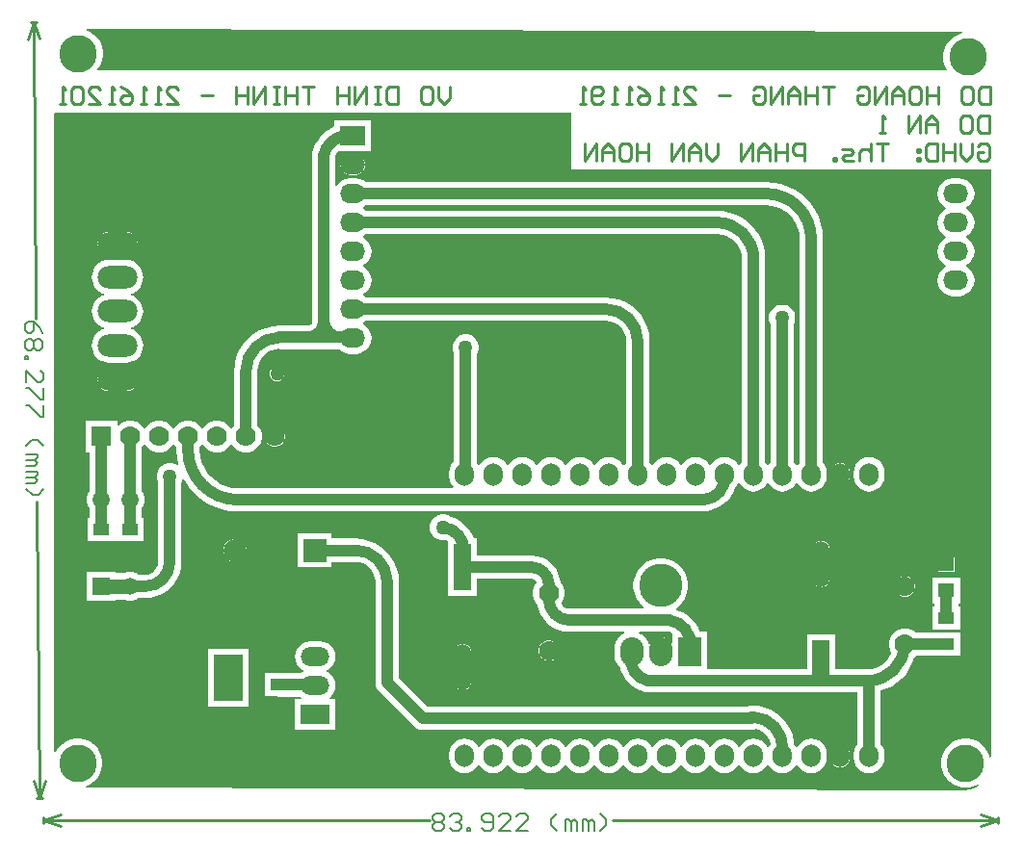
<source format=gbl>
G04*
G04 #@! TF.GenerationSoftware,Altium Limited,Altium Designer,21.0.8 (223)*
G04*
G04 Layer_Physical_Order=2*
G04 Layer_Color=16711680*
%FSTAX24Y24*%
%MOIN*%
G70*
G04*
G04 #@! TF.SameCoordinates,A57ED762-F1FC-47E5-BACA-E58B220B156E*
G04*
G04*
G04 #@! TF.FilePolarity,Positive*
G04*
G01*
G75*
%ADD12C,0.0100*%
%ADD37C,0.0400*%
%ADD38O,0.0800X0.1000*%
%ADD39C,0.0700*%
%ADD40C,0.1500*%
%ADD41R,0.0800X0.1000*%
%ADD42O,0.0669X0.0787*%
%ADD43C,0.1299*%
%ADD44C,0.0591*%
%ADD45R,0.0591X0.0591*%
%ADD46R,0.0700X0.0700*%
%ADD47R,0.1600X0.1000*%
%ADD48R,0.1000X0.1600*%
%ADD49O,0.1378X0.0787*%
%ADD50R,0.0787X0.0787*%
%ADD51C,0.0787*%
%ADD52O,0.1000X0.0650*%
%ADD53R,0.1000X0.0650*%
%ADD54O,0.0866X0.0669*%
%ADD55R,0.0866X0.0669*%
%ADD56C,0.0500*%
%ADD57C,0.0060*%
%ADD58O,0.0591X0.1600*%
%ADD59R,0.0591X0.1600*%
%ADD60R,0.0550X0.0500*%
%ADD61R,0.0550X0.0394*%
%ADD62C,0.0500*%
G36*
X047325Y049269D02*
X04733Y049219D01*
X047272Y049207D01*
X047118Y049143D01*
X046978Y04905D01*
X04686Y048932D01*
X046767Y048792D01*
X046703Y048638D01*
X04667Y048474D01*
Y048306D01*
X046703Y048142D01*
X046767Y047988D01*
X046783Y047963D01*
X04676Y047919D01*
X017406D01*
X017387Y047966D01*
X01739Y047968D01*
X017483Y048108D01*
X017547Y048262D01*
X01758Y048426D01*
Y048594D01*
X017547Y048758D01*
X017483Y048912D01*
X01739Y049052D01*
X017272Y04917D01*
X017132Y049263D01*
X017005Y049316D01*
X017015Y049366D01*
X047325Y049269D01*
D02*
G37*
G36*
X033805Y04449D02*
X048309D01*
X048316Y024148D01*
X048266Y024143D01*
X048257Y024188D01*
X048193Y024342D01*
X0481Y024482D01*
X047982Y0246D01*
X047842Y024693D01*
X047688Y024757D01*
X047524Y02479D01*
X047356D01*
X047192Y024757D01*
X047038Y024693D01*
X046898Y0246D01*
X04678Y024482D01*
X046687Y024342D01*
X046623Y024188D01*
X04659Y024024D01*
Y023856D01*
X046623Y023692D01*
X046687Y023538D01*
X04678Y023398D01*
X046898Y02328D01*
X047038Y023187D01*
X047192Y023123D01*
X047356Y02309D01*
X047524D01*
X047688Y023123D01*
X047842Y023187D01*
X047876Y023209D01*
X047909Y023171D01*
X047898Y023159D01*
X047739Y023074D01*
X047563Y023021D01*
X047393Y023004D01*
X047387Y023005D01*
X017014Y023088D01*
X017004Y023138D01*
X017122Y023187D01*
X017262Y02328D01*
X01738Y023398D01*
X017473Y023538D01*
X017537Y023692D01*
X01757Y023856D01*
Y024024D01*
X017537Y024188D01*
X017473Y024342D01*
X01738Y024482D01*
X017262Y0246D01*
X017122Y024693D01*
X016968Y024757D01*
X016804Y02479D01*
X016636D01*
X016472Y024757D01*
X016318Y024693D01*
X016178Y0246D01*
X01606Y024482D01*
X015967Y024342D01*
X015955Y024313D01*
X015906Y024323D01*
X015903Y046425D01*
X015938Y04646D01*
X033805D01*
Y04449D01*
D02*
G37*
%LPC*%
G36*
X026334Y044984D02*
X026138D01*
X02605Y044972D01*
X025969Y044939D01*
X025899Y044885D01*
X025845Y044815D01*
X025812Y044734D01*
X0258Y044646D01*
X025812Y044559D01*
X025845Y044478D01*
X025899Y044408D01*
X025969Y044354D01*
X02605Y04432D01*
X026138Y044309D01*
X026334D01*
X026422Y04432D01*
X026503Y044354D01*
X026573Y044408D01*
X026627Y044478D01*
X02666Y044559D01*
X026672Y044646D01*
X02666Y044734D01*
X026627Y044815D01*
X026573Y044885D01*
X026503Y044939D01*
X026422Y044972D01*
X026334Y044984D01*
D02*
G37*
G36*
X018385Y042339D02*
X017795D01*
X017692Y042326D01*
X017596Y042286D01*
X017514Y042223D01*
X017451Y042141D01*
X017411Y042045D01*
X017398Y041942D01*
X017411Y041839D01*
X017451Y041744D01*
X017514Y041661D01*
X017596Y041598D01*
X017692Y041559D01*
X017795Y041545D01*
X018385D01*
X018488Y041559D01*
X018584Y041598D01*
X018666Y041661D01*
X018729Y041744D01*
X018769Y041839D01*
X018782Y041942D01*
X018769Y042045D01*
X018729Y042141D01*
X018666Y042223D01*
X018584Y042286D01*
X018488Y042326D01*
X018385Y042339D01*
D02*
G37*
G36*
X047202Y044187D02*
X047006D01*
X046866Y044169D01*
X046736Y044115D01*
X046624Y044029D01*
X046539Y043918D01*
X046485Y043788D01*
X046466Y043648D01*
X046485Y043509D01*
X046539Y043378D01*
X046624Y043267D01*
X046736Y043181D01*
X046755Y043173D01*
Y043123D01*
X046736Y043115D01*
X046624Y043029D01*
X046539Y042918D01*
X046485Y042788D01*
X046466Y042648D01*
X046485Y042509D01*
X046539Y042378D01*
X046624Y042267D01*
X046736Y042181D01*
X046755Y042173D01*
Y042123D01*
X046736Y042115D01*
X046624Y042029D01*
X046539Y041918D01*
X046485Y041788D01*
X046466Y041648D01*
X046485Y041509D01*
X046539Y041378D01*
X046624Y041267D01*
X046736Y041181D01*
X046755Y041173D01*
Y041123D01*
X046736Y041115D01*
X046624Y041029D01*
X046539Y040918D01*
X046485Y040788D01*
X046466Y040648D01*
X046485Y040509D01*
X046539Y040378D01*
X046624Y040267D01*
X046736Y040181D01*
X046866Y040127D01*
X047006Y040109D01*
X047202D01*
X047342Y040127D01*
X047472Y040181D01*
X047584Y040267D01*
X047669Y040378D01*
X047723Y040509D01*
X047742Y040648D01*
X047723Y040788D01*
X047669Y040918D01*
X047584Y041029D01*
X047472Y041115D01*
X047453Y041123D01*
Y041173D01*
X047472Y041181D01*
X047584Y041267D01*
X047669Y041378D01*
X047723Y041509D01*
X047742Y041648D01*
X047723Y041788D01*
X047669Y041918D01*
X047584Y042029D01*
X047472Y042115D01*
X047453Y042123D01*
Y042173D01*
X047472Y042181D01*
X047584Y042267D01*
X047669Y042378D01*
X047723Y042509D01*
X047742Y042648D01*
X047723Y042788D01*
X047669Y042918D01*
X047584Y043029D01*
X047472Y043115D01*
X047453Y043123D01*
Y043173D01*
X047472Y043181D01*
X047584Y043267D01*
X047669Y043378D01*
X047723Y043509D01*
X047742Y043648D01*
X047723Y043788D01*
X047669Y043918D01*
X047584Y044029D01*
X047472Y044115D01*
X047342Y044169D01*
X047202Y044187D01*
D02*
G37*
G36*
X026869Y046181D02*
X025603D01*
Y045978D01*
X025498Y045935D01*
X025326Y045829D01*
X025172Y045698D01*
X025041Y045544D01*
X024935Y045372D01*
X024858Y045185D01*
X02483Y045072D01*
X024829Y045067D01*
X024824Y045054D01*
X024819Y045024D01*
X02482Y045024D01*
X02481Y04495D01*
X02481Y044783D01*
X02481Y044783D01*
X02481Y044783D01*
X02481Y044756D01*
Y03926D01*
Y039182D01*
X024809Y039174D01*
X02478Y03913D01*
X024736Y039101D01*
X024694Y039093D01*
X024694Y03909D01*
X024644Y039083D01*
X0237D01*
Y039085D01*
X023454Y039065D01*
X023213Y039008D01*
X022985Y038913D01*
X022774Y038784D01*
X022586Y038624D01*
X022426Y038436D01*
X022297Y038225D01*
X022202Y037997D01*
X022145Y037756D01*
X022125Y03751D01*
X022127D01*
Y035624D01*
X02209Y035588D01*
X022055Y035527D01*
X022005D01*
X02197Y035588D01*
X021868Y03569D01*
X021742Y035763D01*
X021602Y0358D01*
X021458D01*
X021318Y035763D01*
X021192Y03569D01*
X02109Y035588D01*
X021055Y035527D01*
X021005D01*
X02097Y035588D01*
X020868Y03569D01*
X020742Y035763D01*
X020602Y0358D01*
X020458D01*
X020318Y035763D01*
X020192Y03569D01*
X02009Y035588D01*
X020055Y035527D01*
X020005D01*
X01997Y035588D01*
X019868Y03569D01*
X019742Y035763D01*
X019602Y0358D01*
X019458D01*
X019318Y035763D01*
X019192Y03569D01*
X01909Y035588D01*
X019055Y035527D01*
X019005D01*
X01897Y035588D01*
X018868Y03569D01*
X018742Y035763D01*
X018602Y0358D01*
X018458D01*
X018318Y035763D01*
X018192Y03569D01*
X01813Y035628D01*
X01808Y035649D01*
Y0358D01*
X01698D01*
Y0347D01*
X017127D01*
Y033352D01*
X017068Y033251D01*
X017035Y033125D01*
Y032995D01*
X017068Y032869D01*
X017127Y032768D01*
Y032417D01*
X017055D01*
Y031623D01*
X01748D01*
X01753Y031617D01*
X01758Y031623D01*
X01848D01*
X01853Y031617D01*
X01858Y031623D01*
X019005D01*
Y032417D01*
X018933D01*
Y032768D01*
X018992Y032869D01*
X019025Y032995D01*
Y033125D01*
X018992Y033251D01*
X018933Y033352D01*
Y034876D01*
X01897Y034912D01*
X019005Y034973D01*
X019055D01*
X01909Y034912D01*
X019192Y03481D01*
X019318Y034737D01*
X019458Y0347D01*
X019602D01*
X019742Y034737D01*
X019868Y03481D01*
X01997Y034912D01*
X020005Y034973D01*
X020055D01*
X02009Y034912D01*
X020127Y034876D01*
Y03478D01*
X020125D01*
X020144Y034503D01*
X020188Y034281D01*
X020143Y034249D01*
X020074Y034289D01*
X019959Y03432D01*
X019841D01*
X019726Y034289D01*
X019624Y03423D01*
X01954Y034146D01*
X019481Y034044D01*
X01945Y033929D01*
Y033811D01*
X019481Y033696D01*
X019497Y033669D01*
Y03091D01*
X019498Y030901D01*
X019484Y030794D01*
X019439Y030686D01*
X019367Y030593D01*
X019274Y030521D01*
X019166Y030476D01*
X019059Y030462D01*
X01905Y030463D01*
X018822D01*
X018721Y030522D01*
X018595Y030555D01*
X018465D01*
X018339Y030522D01*
X018326Y030514D01*
X018025D01*
Y030555D01*
X017035D01*
Y029565D01*
X018025D01*
Y029606D01*
X018326D01*
X018339Y029598D01*
X018465Y029565D01*
X018595D01*
X018721Y029598D01*
X018822Y029657D01*
X01905D01*
Y029656D01*
X019246Y029672D01*
X019437Y029718D01*
X019619Y029793D01*
X019787Y029896D01*
X019937Y030023D01*
X020064Y030173D01*
X020167Y030341D01*
X020243Y030523D01*
X020288Y030714D01*
X020304Y03091D01*
X020303D01*
Y033669D01*
X020319Y033696D01*
X020335Y033756D01*
X020389Y033761D01*
X02041Y033718D01*
X020564Y033487D01*
X020748Y033278D01*
X020957Y033094D01*
X021188Y03294D01*
X021437Y032817D01*
X0217Y032728D01*
X021973Y032674D01*
X02225Y032655D01*
Y032657D01*
X038318D01*
X038377Y032657D01*
X038416Y032662D01*
X038515Y03267D01*
X038695Y032713D01*
X038866Y032783D01*
X039023Y03288D01*
X039164Y033D01*
X039284Y03314D01*
X03938Y033298D01*
X039451Y033469D01*
X039454Y033481D01*
X039481Y033502D01*
X039567Y033613D01*
X039575Y033633D01*
X039625D01*
X039633Y033613D01*
X039719Y033502D01*
X03983Y033416D01*
X03996Y033362D01*
X0401Y033344D01*
X04024Y033362D01*
X04037Y033416D01*
X040481Y033502D01*
X040567Y033613D01*
X040575Y033633D01*
X040625D01*
X040633Y033613D01*
X040719Y033502D01*
X04083Y033416D01*
X04096Y033362D01*
X0411Y033344D01*
X04124Y033362D01*
X04137Y033416D01*
X041481Y033502D01*
X041567Y033613D01*
X041575Y033633D01*
X041625D01*
X041633Y033613D01*
X041719Y033502D01*
X04183Y033416D01*
X04196Y033362D01*
X0421Y033344D01*
X04224Y033362D01*
X04237Y033416D01*
X042481Y033502D01*
X042567Y033613D01*
X042621Y033743D01*
X042639Y033883D01*
Y034001D01*
X042621Y034141D01*
X042567Y034271D01*
X042493Y034367D01*
Y042099D01*
X042494Y0421D01*
X042494D01*
X042477Y042356D01*
X042427Y042607D01*
X042345Y04285D01*
X042232Y04308D01*
X042089Y043293D01*
X04192Y043486D01*
X041727Y043655D01*
X041514Y043798D01*
X041284Y043911D01*
X041041Y043994D01*
X04079Y044044D01*
X040534Y044061D01*
Y04406D01*
X026674D01*
X026604Y044113D01*
X026474Y044167D01*
X026334Y044186D01*
X026138D01*
X025998Y044167D01*
X025868Y044113D01*
X025756Y044028D01*
X025671Y043916D01*
X025666Y043905D01*
X025617Y043915D01*
Y044756D01*
X025617Y044756D01*
X025617Y044756D01*
X025617Y044783D01*
X025617Y044915D01*
X025664Y045029D01*
X025728Y045112D01*
X026869D01*
Y046181D01*
D02*
G37*
G36*
X018385Y041358D02*
X017795D01*
X017678Y041346D01*
X017566Y041312D01*
X017463Y041257D01*
X017373Y041183D01*
X017299Y041093D01*
X017244Y040989D01*
X01721Y040877D01*
X017198Y040761D01*
X01721Y040645D01*
X017244Y040533D01*
X017299Y04043D01*
X017373Y040339D01*
X017463Y040265D01*
X017566Y04021D01*
X01761Y040197D01*
Y040144D01*
X017566Y040131D01*
X017463Y040076D01*
X017373Y040002D01*
X017299Y039911D01*
X017244Y039808D01*
X01721Y039696D01*
X017198Y03958D01*
X01721Y039464D01*
X017244Y039352D01*
X017299Y039249D01*
X017373Y039158D01*
X017463Y039084D01*
X017566Y039029D01*
X01761Y039016D01*
Y038963D01*
X017566Y03895D01*
X017463Y038895D01*
X017373Y038821D01*
X017299Y03873D01*
X017244Y038627D01*
X01721Y038515D01*
X017198Y038399D01*
X01721Y038283D01*
X017244Y038171D01*
X017299Y038067D01*
X017373Y037977D01*
X017463Y037903D01*
X017566Y037848D01*
X017678Y037814D01*
X017795Y037802D01*
X018385D01*
X018502Y037814D01*
X018614Y037848D01*
X018717Y037903D01*
X018807Y037977D01*
X018881Y038067D01*
X018936Y038171D01*
X01897Y038283D01*
X018982Y038399D01*
X01897Y038515D01*
X018936Y038627D01*
X018881Y03873D01*
X018807Y038821D01*
X018717Y038895D01*
X018614Y03895D01*
X01857Y038963D01*
Y039016D01*
X018614Y039029D01*
X018717Y039084D01*
X018807Y039158D01*
X018881Y039249D01*
X018936Y039352D01*
X01897Y039464D01*
X018982Y03958D01*
X01897Y039696D01*
X018936Y039808D01*
X018881Y039911D01*
X018807Y040002D01*
X018717Y040076D01*
X018614Y040131D01*
X01857Y040144D01*
Y040197D01*
X018614Y04021D01*
X018717Y040265D01*
X018807Y040339D01*
X018881Y04043D01*
X018936Y040533D01*
X01897Y040645D01*
X018982Y040761D01*
X01897Y040877D01*
X018936Y040989D01*
X018881Y041093D01*
X018807Y041183D01*
X018717Y041257D01*
X018614Y041312D01*
X018502Y041346D01*
X018385Y041358D01*
D02*
G37*
G36*
Y037615D02*
X017795D01*
X017692Y037601D01*
X017596Y037562D01*
X017514Y037499D01*
X017451Y037416D01*
X017411Y037321D01*
X017398Y037218D01*
X017411Y037115D01*
X017451Y037019D01*
X017514Y036937D01*
X017596Y036874D01*
X017692Y036834D01*
X017795Y036821D01*
X018385D01*
X018488Y036834D01*
X018584Y036874D01*
X018666Y036937D01*
X018729Y037019D01*
X018769Y037115D01*
X018782Y037218D01*
X018769Y037321D01*
X018729Y037416D01*
X018666Y037499D01*
X018584Y037562D01*
X018488Y037601D01*
X018385Y037615D01*
D02*
G37*
G36*
X0431Y034339D02*
X043013Y034327D01*
X042931Y034293D01*
X042861Y03424D01*
X042808Y03417D01*
X042774Y034088D01*
X042762Y034001D01*
Y033883D01*
X042774Y033796D01*
X042808Y033714D01*
X042861Y033644D01*
X042931Y033591D01*
X043013Y033557D01*
X0431Y033545D01*
X043187Y033557D01*
X043269Y033591D01*
X043339Y033644D01*
X043392Y033714D01*
X043426Y033796D01*
X043438Y033883D01*
Y034001D01*
X043426Y034088D01*
X043392Y03417D01*
X043339Y03424D01*
X043269Y034293D01*
X043187Y034327D01*
X0431Y034339D01*
D02*
G37*
G36*
X0441Y03454D02*
X04396Y034522D01*
X04383Y034468D01*
X043719Y034382D01*
X043633Y034271D01*
X043579Y034141D01*
X043561Y034001D01*
Y033883D01*
X043579Y033743D01*
X043633Y033613D01*
X043719Y033502D01*
X04383Y033416D01*
X04396Y033362D01*
X0441Y033344D01*
X04424Y033362D01*
X04437Y033416D01*
X044481Y033502D01*
X044567Y033613D01*
X044621Y033743D01*
X044639Y033883D01*
Y034001D01*
X044621Y034141D01*
X044567Y034271D01*
X044481Y034382D01*
X04437Y034468D01*
X04424Y034522D01*
X0441Y03454D01*
D02*
G37*
G36*
X018805Y031317D02*
X018255D01*
Y030923D01*
X018805D01*
Y031317D01*
D02*
G37*
G36*
X017805D02*
X017255D01*
Y030923D01*
X017805D01*
Y031317D01*
D02*
G37*
G36*
X022204Y031704D02*
X0221D01*
X022Y031677D01*
X02191Y031625D01*
X021837Y031552D01*
X021785Y031462D01*
X021758Y031362D01*
Y031258D01*
X021785Y031158D01*
X021837Y031068D01*
X02191Y030995D01*
X022Y030943D01*
X0221Y030916D01*
X022204D01*
X022304Y030943D01*
X022394Y030995D01*
X022467Y031068D01*
X022519Y031158D01*
X022546Y031258D01*
Y031362D01*
X022519Y031462D01*
X022467Y031552D01*
X022394Y031625D01*
X022304Y031677D01*
X022204Y031704D01*
D02*
G37*
G36*
X047045Y031064D02*
X046495D01*
Y030564D01*
X047045D01*
Y031064D01*
D02*
G37*
G36*
X04244Y031643D02*
X042363Y031632D01*
X042291Y031603D01*
X042229Y031555D01*
X042182Y031494D01*
X042152Y031422D01*
X042142Y031345D01*
Y030335D01*
X042152Y030258D01*
X042182Y030186D01*
X042229Y030125D01*
X042291Y030077D01*
X042363Y030048D01*
X04244Y030037D01*
X042517Y030048D01*
X042589Y030077D01*
X042651Y030125D01*
X042698Y030186D01*
X042728Y030258D01*
X042738Y030335D01*
Y031345D01*
X042728Y031422D01*
X042698Y031494D01*
X042651Y031555D01*
X042589Y031603D01*
X042517Y031632D01*
X04244Y031643D01*
D02*
G37*
G36*
X045386Y03041D02*
X045294D01*
X045205Y030386D01*
X045125Y03034D01*
X04506Y030275D01*
X045014Y030195D01*
X04499Y030106D01*
Y030014D01*
X045014Y029925D01*
X04506Y029845D01*
X045125Y02978D01*
X045205Y029734D01*
X045294Y02971D01*
X045386D01*
X045475Y029734D01*
X045555Y02978D01*
X04562Y029845D01*
X045666Y029925D01*
X04569Y030014D01*
Y030106D01*
X045666Y030195D01*
X04562Y030275D01*
X045555Y03034D01*
X045475Y030386D01*
X045386Y03041D01*
D02*
G37*
G36*
X047245Y030364D02*
X046295D01*
Y029464D01*
X046367D01*
Y029357D01*
X046295D01*
Y028563D01*
X04672D01*
X04677Y028557D01*
X04682Y028563D01*
X047245D01*
Y029357D01*
X047174D01*
Y029464D01*
X047245D01*
Y030364D01*
D02*
G37*
G36*
X029416Y032554D02*
X029297D01*
X029183Y032523D01*
X02908Y032464D01*
X028996Y03238D01*
X028937Y032277D01*
X028906Y032163D01*
Y032044D01*
X028937Y03193D01*
X028996Y031827D01*
X02908Y031744D01*
X029183Y031684D01*
X029297Y031654D01*
X029416D01*
X029453Y031664D01*
X029482Y031651D01*
X029535Y031611D01*
Y02972D01*
X030525D01*
Y030317D01*
X03243D01*
X032436Y030317D01*
X032498Y030305D01*
X032556Y030266D01*
X032595Y030208D01*
X032597Y030195D01*
X03257Y030168D01*
X032497Y030042D01*
X03246Y029902D01*
Y029758D01*
X032497Y029618D01*
X03257Y029492D01*
X03262Y029442D01*
X03262Y029434D01*
X032662Y029263D01*
X032729Y0291D01*
X032821Y02895D01*
X032936Y028816D01*
X03307Y028701D01*
X03322Y028609D01*
X033383Y028542D01*
X033554Y0285D01*
X03373Y028487D01*
Y028487D01*
X035627D01*
X03564Y028437D01*
X035555Y028391D01*
X035464Y028316D01*
X035389Y028225D01*
X035333Y028121D01*
X035299Y028008D01*
X035287Y02789D01*
Y02769D01*
X035299Y027572D01*
X035333Y027459D01*
X035389Y027355D01*
X035464Y027264D01*
X035486Y027245D01*
X035504Y027171D01*
X035574Y027003D01*
X035669Y026847D01*
X035787Y026709D01*
X035926Y02659D01*
X036081Y026495D01*
X036249Y026426D01*
X036322Y026408D01*
X036341Y0264D01*
X036446Y026387D01*
X036687Y026387D01*
X04244Y026387D01*
X043697D01*
Y024602D01*
X043633Y024519D01*
X043579Y024389D01*
X043561Y024249D01*
Y024131D01*
X043579Y023991D01*
X043633Y023861D01*
X043719Y02375D01*
X04383Y023664D01*
X04396Y02361D01*
X0441Y023592D01*
X04424Y02361D01*
X04437Y023664D01*
X044481Y02375D01*
X044567Y023861D01*
X044621Y023991D01*
X044639Y024131D01*
Y024249D01*
X044621Y024389D01*
X044567Y024519D01*
X044503Y024602D01*
Y02645D01*
X04469Y026514D01*
X044887Y026611D01*
X045069Y026732D01*
X045233Y026877D01*
X045378Y027041D01*
X045499Y027223D01*
X045596Y02742D01*
X045661Y02761D01*
X045678Y02762D01*
X045714Y027657D01*
X04677Y027657D01*
X04682Y027663D01*
X047245D01*
Y028457D01*
X04682D01*
X04677Y028463D01*
X045714Y028463D01*
X045678Y0285D01*
X045552Y028573D01*
X045412Y02861D01*
X045268D01*
X045128Y028573D01*
X045002Y0285D01*
X0449Y028398D01*
X044827Y028272D01*
X04479Y028132D01*
Y027988D01*
X044827Y027848D01*
X044868Y027777D01*
X044853Y027727D01*
X044773Y027577D01*
X044665Y027445D01*
X044533Y027337D01*
X044383Y027257D01*
X04422Y027208D01*
X044073Y027193D01*
X04407Y027193D01*
X042935D01*
Y02839D01*
X041945D01*
Y027193D01*
X03849Y027193D01*
Y02849D01*
X038239D01*
X038184Y028622D01*
X038083Y028788D01*
X037956Y028936D01*
X037808Y029063D01*
X037642Y029164D01*
X037462Y029239D01*
X037423Y029248D01*
X037414Y029298D01*
X037496Y029352D01*
X037628Y029484D01*
X037732Y02964D01*
X037803Y029813D01*
X03784Y029996D01*
Y030184D01*
X037803Y030367D01*
X037732Y03054D01*
X037628Y030696D01*
X037496Y030828D01*
X03734Y030932D01*
X037167Y031003D01*
X036984Y03104D01*
X036796D01*
X036613Y031003D01*
X03644Y030932D01*
X036284Y030828D01*
X036152Y030696D01*
X036048Y03054D01*
X035977Y030367D01*
X03594Y030184D01*
Y029996D01*
X035977Y029813D01*
X036048Y02964D01*
X036152Y029484D01*
X036284Y029352D01*
X036301Y029341D01*
X036286Y029293D01*
X03373D01*
X033726Y029293D01*
X033648Y029303D01*
X033571Y029335D01*
X033505Y029385D01*
X033455Y029451D01*
X033441Y029484D01*
X03345Y029492D01*
X033523Y029618D01*
X03356Y029758D01*
Y029902D01*
X033523Y030042D01*
X03345Y030168D01*
X033408Y03021D01*
X033396Y030332D01*
X03334Y030517D01*
X033249Y030687D01*
X033126Y030836D01*
X032977Y030959D01*
X032807Y03105D01*
X032622Y031106D01*
X03243Y031125D01*
Y031123D01*
X030525D01*
Y03172D01*
X030409D01*
X030352Y031856D01*
X030254Y032016D01*
X030132Y032159D01*
X02999Y032281D01*
X02983Y032379D01*
X029656Y032451D01*
X029642Y032454D01*
X029633Y032464D01*
X02953Y032523D01*
X029416Y032554D01*
D02*
G37*
G36*
X033056Y02818D02*
X032964D01*
X032875Y028156D01*
X032795Y02811D01*
X03273Y028045D01*
X032684Y027965D01*
X03266Y027876D01*
Y027784D01*
X032684Y027695D01*
X03273Y027615D01*
X032795Y02755D01*
X032875Y027504D01*
X032964Y02748D01*
X033056D01*
X033145Y027504D01*
X033225Y02755D01*
X03329Y027615D01*
X033336Y027695D01*
X03336Y027784D01*
Y027876D01*
X033336Y027965D01*
X03329Y028045D01*
X033225Y02811D01*
X033145Y028156D01*
X033056Y02818D01*
D02*
G37*
G36*
X025105Y02816D02*
X024755D01*
X024618Y028141D01*
X02449Y028089D01*
X024381Y028004D01*
X024296Y027895D01*
X024244Y027767D01*
X024225Y02763D01*
X024244Y027493D01*
X024296Y027365D01*
X024381Y027256D01*
X02449Y027171D01*
X02453Y027155D01*
Y027105D01*
X02449Y027089D01*
X02444Y02705D01*
X023675D01*
X023651Y027053D01*
X0236Y027047D01*
X023175D01*
Y026253D01*
X023579D01*
X0236Y02625D01*
X023652Y026243D01*
X023653Y026243D01*
X023653Y026243D01*
X024396D01*
X024446Y026205D01*
X024429Y026155D01*
X02423D01*
Y025105D01*
X02563D01*
Y026155D01*
X025431D01*
X025414Y026205D01*
X025479Y026256D01*
X025564Y026365D01*
X025616Y026493D01*
X025635Y02663D01*
X025616Y026767D01*
X025564Y026895D01*
X025479Y027004D01*
X02537Y027089D01*
X02533Y027105D01*
Y027155D01*
X02537Y027171D01*
X025479Y027256D01*
X025564Y027365D01*
X025616Y027493D01*
X025635Y02763D01*
X025616Y027767D01*
X025564Y027895D01*
X025479Y028004D01*
X02537Y028089D01*
X025242Y028141D01*
X025105Y02816D01*
D02*
G37*
G36*
X03003Y028073D02*
X029953Y028062D01*
X029881Y028033D01*
X029819Y027985D01*
X029772Y027924D01*
X029742Y027852D01*
X029732Y027775D01*
Y026765D01*
X029742Y026688D01*
X029772Y026616D01*
X029819Y026555D01*
X029881Y026507D01*
X029953Y026478D01*
X03003Y026467D01*
X030107Y026478D01*
X030179Y026507D01*
X030241Y026555D01*
X030288Y026616D01*
X030318Y026688D01*
X030328Y026765D01*
Y027775D01*
X030318Y027852D01*
X030288Y027924D01*
X030241Y027985D01*
X030179Y028033D01*
X030107Y028062D01*
X03003Y028073D01*
D02*
G37*
G36*
X01991Y02768D02*
X01891D01*
Y02608D01*
X01991D01*
Y02768D01*
D02*
G37*
G36*
X02261Y02788D02*
X02121D01*
Y02588D01*
X02261D01*
Y02788D01*
D02*
G37*
G36*
X023925Y025947D02*
X023375D01*
Y025553D01*
X023925D01*
Y025947D01*
D02*
G37*
G36*
X025502Y031904D02*
X024314D01*
Y030716D01*
X025502D01*
Y030907D01*
X02632D01*
X026328Y030908D01*
X026457Y030895D01*
X026588Y030855D01*
X026709Y03079D01*
X026815Y030703D01*
X026902Y030597D01*
X026967Y030476D01*
X027007Y030345D01*
X027019Y030216D01*
X027018Y030208D01*
Y027568D01*
Y026728D01*
X027018Y026728D01*
X027032Y026624D01*
X027072Y026526D01*
X027137Y026443D01*
X027731Y025849D01*
X027731Y025849D01*
X028375Y025205D01*
X028458Y025141D01*
X028555Y0251D01*
X02866Y025087D01*
X02866Y025087D01*
X040018D01*
X040018Y025087D01*
X040123Y0251D01*
X040174Y025122D01*
X040288Y025087D01*
X040405Y025024D01*
X040508Y02494D01*
X040593Y024837D01*
X040656Y024719D01*
X040693Y024597D01*
X040633Y024519D01*
X040625Y024499D01*
X040575D01*
X040567Y024519D01*
X040481Y02463D01*
X04037Y024716D01*
X04024Y02477D01*
X0401Y024788D01*
X03996Y02477D01*
X03983Y024716D01*
X039719Y02463D01*
X039633Y024519D01*
X039625Y024499D01*
X039575D01*
X039567Y024519D01*
X039481Y02463D01*
X03937Y024716D01*
X03924Y02477D01*
X0391Y024788D01*
X03896Y02477D01*
X03883Y024716D01*
X038719Y02463D01*
X038633Y024519D01*
X038625Y024499D01*
X038575D01*
X038567Y024519D01*
X038481Y02463D01*
X03837Y024716D01*
X03824Y02477D01*
X0381Y024788D01*
X03796Y02477D01*
X03783Y024716D01*
X037719Y02463D01*
X037633Y024519D01*
X037625Y024499D01*
X037575D01*
X037567Y024519D01*
X037481Y02463D01*
X03737Y024716D01*
X03724Y02477D01*
X0371Y024788D01*
X03696Y02477D01*
X03683Y024716D01*
X036719Y02463D01*
X036633Y024519D01*
X036625Y024499D01*
X036575D01*
X036567Y024519D01*
X036481Y02463D01*
X03637Y024716D01*
X03624Y02477D01*
X0361Y024788D01*
X03596Y02477D01*
X03583Y024716D01*
X035719Y02463D01*
X035633Y024519D01*
X035625Y024499D01*
X035575D01*
X035567Y024519D01*
X035481Y02463D01*
X03537Y024716D01*
X03524Y02477D01*
X0351Y024788D01*
X03496Y02477D01*
X03483Y024716D01*
X034719Y02463D01*
X034633Y024519D01*
X034625Y024499D01*
X034575D01*
X034567Y024519D01*
X034481Y02463D01*
X03437Y024716D01*
X03424Y02477D01*
X0341Y024788D01*
X03396Y02477D01*
X03383Y024716D01*
X033719Y02463D01*
X033633Y024519D01*
X033625Y024499D01*
X033575D01*
X033567Y024519D01*
X033481Y02463D01*
X03337Y024716D01*
X03324Y02477D01*
X0331Y024788D01*
X03296Y02477D01*
X03283Y024716D01*
X032719Y02463D01*
X032633Y024519D01*
X032625Y024499D01*
X032575D01*
X032567Y024519D01*
X032481Y02463D01*
X03237Y024716D01*
X03224Y02477D01*
X0321Y024788D01*
X03196Y02477D01*
X03183Y024716D01*
X031719Y02463D01*
X031633Y024519D01*
X031625Y024499D01*
X031575D01*
X031567Y024519D01*
X031481Y02463D01*
X03137Y024716D01*
X03124Y02477D01*
X0311Y024788D01*
X03096Y02477D01*
X03083Y024716D01*
X030719Y02463D01*
X030633Y024519D01*
X030625Y024499D01*
X030575D01*
X030567Y024519D01*
X030481Y02463D01*
X03037Y024716D01*
X03024Y02477D01*
X0301Y024788D01*
X02996Y02477D01*
X02983Y024716D01*
X029719Y02463D01*
X029633Y024519D01*
X029579Y024389D01*
X029561Y024249D01*
Y024131D01*
X029579Y023991D01*
X029633Y023861D01*
X029719Y02375D01*
X02983Y023664D01*
X02996Y02361D01*
X0301Y023592D01*
X03024Y02361D01*
X03037Y023664D01*
X030481Y02375D01*
X030567Y023861D01*
X030575Y023881D01*
X030625D01*
X030633Y023861D01*
X030719Y02375D01*
X03083Y023664D01*
X03096Y02361D01*
X0311Y023592D01*
X03124Y02361D01*
X03137Y023664D01*
X031481Y02375D01*
X031567Y023861D01*
X031575Y023881D01*
X031625D01*
X031633Y023861D01*
X031719Y02375D01*
X03183Y023664D01*
X03196Y02361D01*
X0321Y023592D01*
X03224Y02361D01*
X03237Y023664D01*
X032481Y02375D01*
X032567Y023861D01*
X032575Y023881D01*
X032625D01*
X032633Y023861D01*
X032719Y02375D01*
X03283Y023664D01*
X03296Y02361D01*
X0331Y023592D01*
X03324Y02361D01*
X03337Y023664D01*
X033481Y02375D01*
X033567Y023861D01*
X033575Y023881D01*
X033625D01*
X033633Y023861D01*
X033719Y02375D01*
X03383Y023664D01*
X03396Y02361D01*
X0341Y023592D01*
X03424Y02361D01*
X03437Y023664D01*
X034481Y02375D01*
X034567Y023861D01*
X034575Y023881D01*
X034625D01*
X034633Y023861D01*
X034719Y02375D01*
X03483Y023664D01*
X03496Y02361D01*
X0351Y023592D01*
X03524Y02361D01*
X03537Y023664D01*
X035481Y02375D01*
X035567Y023861D01*
X035575Y023881D01*
X035625D01*
X035633Y023861D01*
X035719Y02375D01*
X03583Y023664D01*
X03596Y02361D01*
X0361Y023592D01*
X03624Y02361D01*
X03637Y023664D01*
X036481Y02375D01*
X036567Y023861D01*
X036575Y023881D01*
X036625D01*
X036633Y023861D01*
X036719Y02375D01*
X03683Y023664D01*
X03696Y02361D01*
X0371Y023592D01*
X03724Y02361D01*
X03737Y023664D01*
X037481Y02375D01*
X037567Y023861D01*
X037575Y023881D01*
X037625D01*
X037633Y023861D01*
X037719Y02375D01*
X03783Y023664D01*
X03796Y02361D01*
X0381Y023592D01*
X03824Y02361D01*
X03837Y023664D01*
X038481Y02375D01*
X038567Y023861D01*
X038575Y023881D01*
X038625D01*
X038633Y023861D01*
X038719Y02375D01*
X03883Y023664D01*
X03896Y02361D01*
X0391Y023592D01*
X03924Y02361D01*
X03937Y023664D01*
X039481Y02375D01*
X039567Y023861D01*
X039575Y023881D01*
X039625D01*
X039633Y023861D01*
X039719Y02375D01*
X03983Y023664D01*
X03996Y02361D01*
X0401Y023592D01*
X04024Y02361D01*
X04037Y023664D01*
X040481Y02375D01*
X040567Y023861D01*
X040575Y023881D01*
X040625D01*
X040633Y023861D01*
X040719Y02375D01*
X04083Y023664D01*
X04096Y02361D01*
X0411Y023592D01*
X04124Y02361D01*
X04137Y023664D01*
X041481Y02375D01*
X041567Y023861D01*
X041575Y023881D01*
X041625D01*
X041633Y023861D01*
X041719Y02375D01*
X04183Y023664D01*
X04196Y02361D01*
X0421Y023592D01*
X04224Y02361D01*
X04237Y023664D01*
X042481Y02375D01*
X042567Y023861D01*
X042621Y023991D01*
X042639Y024131D01*
Y024249D01*
X042621Y024389D01*
X042567Y024519D01*
X042481Y02463D01*
X04237Y024716D01*
X04224Y02477D01*
X0421Y024788D01*
X04196Y02477D01*
X04183Y024716D01*
X041719Y02463D01*
X041633Y024519D01*
X041625Y024499D01*
X041575D01*
X041567Y024519D01*
X041503Y024603D01*
X041496Y024692D01*
X041441Y024918D01*
X041352Y025134D01*
X04123Y025333D01*
X041079Y02551D01*
X040901Y025661D01*
X040702Y025783D01*
X040487Y025873D01*
X04026Y025927D01*
X040093Y02594D01*
X040083Y025941D01*
Y025941D01*
X040068Y025943D01*
X040035Y025939D01*
X040035D01*
X040034Y025939D01*
X039964Y02593D01*
X039876Y025893D01*
X028827D01*
X028301Y026419D01*
X028301Y026419D01*
X027825Y026895D01*
Y027568D01*
Y030208D01*
X027826D01*
X027808Y030444D01*
X027753Y030674D01*
X027662Y030892D01*
X027539Y031094D01*
X027385Y031273D01*
X027205Y031427D01*
X027004Y03155D01*
X026786Y031641D01*
X026556Y031696D01*
X02632Y031715D01*
Y031713D01*
X025502D01*
Y031904D01*
D02*
G37*
G36*
X02171Y02538D02*
X02011D01*
Y02438D01*
X02171D01*
Y02538D01*
D02*
G37*
G36*
X0431Y024587D02*
X043013Y024575D01*
X042931Y024541D01*
X042861Y024488D01*
X042808Y024418D01*
X042774Y024336D01*
X042762Y024249D01*
Y024131D01*
X042774Y024044D01*
X042808Y023962D01*
X042861Y023892D01*
X042931Y023839D01*
X043013Y023805D01*
X0431Y023793D01*
X043187Y023805D01*
X043269Y023839D01*
X043339Y023892D01*
X043392Y023962D01*
X043426Y024044D01*
X043438Y024131D01*
Y024249D01*
X043426Y024336D01*
X043392Y024418D01*
X043339Y024488D01*
X043269Y024541D01*
X043187Y024575D01*
X0431Y024587D01*
D02*
G37*
%LPD*%
G36*
X040714Y043241D02*
X040891Y043198D01*
X041058Y043129D01*
X041213Y043034D01*
X04135Y042917D01*
X041468Y042779D01*
X041563Y042624D01*
X041632Y042457D01*
X041674Y042281D01*
X041685Y042149D01*
X041687Y0421D01*
X041687Y0421D01*
X041687Y042098D01*
Y03434D01*
X041633Y034271D01*
X041625Y034251D01*
X041575D01*
X041567Y034271D01*
X041498Y03436D01*
Y039167D01*
X041509Y039186D01*
X04154Y039301D01*
Y039419D01*
X041509Y039534D01*
X04145Y039636D01*
X041366Y03972D01*
X041264Y039779D01*
X041149Y03981D01*
X041031D01*
X040916Y039779D01*
X040814Y03972D01*
X04073Y039636D01*
X040671Y039534D01*
X04064Y039419D01*
Y039301D01*
X040671Y039186D01*
X040692Y03915D01*
Y034347D01*
X040633Y034271D01*
X040625Y034251D01*
X040575D01*
X040567Y034271D01*
X040503Y034353D01*
Y0414D01*
X040504D01*
X040489Y041617D01*
X040447Y04183D01*
X040377Y042035D01*
X040281Y04223D01*
X040161Y04241D01*
X040017Y042574D01*
X039854Y042717D01*
X039674Y042837D01*
X039479Y042934D01*
X039273Y043003D01*
X03906Y043046D01*
X038844Y04306D01*
Y04306D01*
X026674D01*
X026604Y043113D01*
X026585Y043121D01*
Y043171D01*
X026604Y043179D01*
X0267Y043253D01*
X040534D01*
X040543Y043254D01*
X040714Y043241D01*
D02*
G37*
G36*
X039011Y042239D02*
X039171Y04219D01*
X039319Y042111D01*
X039449Y042005D01*
X039555Y041875D01*
X039634Y041727D01*
X039683Y041567D01*
X039698Y041411D01*
X039697Y0414D01*
Y034353D01*
X039633Y034271D01*
X039625Y034251D01*
X039575D01*
X039567Y034271D01*
X039481Y034382D01*
X03937Y034468D01*
X03924Y034522D01*
X0391Y03454D01*
X03896Y034522D01*
X03883Y034468D01*
X038719Y034382D01*
X038633Y034271D01*
X038625Y034251D01*
X038575D01*
X038567Y034271D01*
X038481Y034382D01*
X03837Y034468D01*
X03824Y034522D01*
X0381Y03454D01*
X03796Y034522D01*
X03783Y034468D01*
X037719Y034382D01*
X037633Y034271D01*
X037625Y034251D01*
X037575D01*
X037567Y034271D01*
X037481Y034382D01*
X03737Y034468D01*
X03724Y034522D01*
X0371Y03454D01*
X03696Y034522D01*
X03683Y034468D01*
X036719Y034382D01*
X036633Y034271D01*
X036625Y034251D01*
X036575D01*
X036567Y034271D01*
X036493Y034367D01*
Y03856D01*
X036495D01*
X036476Y038795D01*
X036421Y039024D01*
X036331Y039241D01*
X036208Y039442D01*
X036055Y039621D01*
X035876Y039774D01*
X035675Y039897D01*
X035457Y039987D01*
X035228Y040042D01*
X034994Y040061D01*
Y04006D01*
X026674D01*
X026604Y040113D01*
X026585Y040121D01*
Y040171D01*
X026604Y040179D01*
X026716Y040265D01*
X026801Y040377D01*
X026855Y040507D01*
X026874Y040646D01*
X026855Y040786D01*
X026801Y040916D01*
X026716Y041028D01*
X026604Y041113D01*
X026585Y041121D01*
Y041171D01*
X026604Y041179D01*
X026716Y041265D01*
X026801Y041377D01*
X026855Y041507D01*
X026874Y041646D01*
X026855Y041786D01*
X026801Y041916D01*
X026716Y042028D01*
X026604Y042113D01*
X026585Y042121D01*
Y042171D01*
X026604Y042179D01*
X0267Y042253D01*
X038844D01*
X038855Y042254D01*
X039011Y042239D01*
D02*
G37*
G36*
X035129Y039241D02*
X03526Y039202D01*
X03538Y039138D01*
X035485Y039051D01*
X035571Y038946D01*
X035635Y038826D01*
X035675Y038696D01*
X035688Y038568D01*
X035687Y03856D01*
Y03434D01*
X035633Y034271D01*
X035625Y034251D01*
X035575D01*
X035567Y034271D01*
X035481Y034382D01*
X03537Y034468D01*
X03524Y034522D01*
X0351Y03454D01*
X03496Y034522D01*
X03483Y034468D01*
X034719Y034382D01*
X034633Y034271D01*
X034625Y034251D01*
X034575D01*
X034567Y034271D01*
X034481Y034382D01*
X03437Y034468D01*
X03424Y034522D01*
X0341Y03454D01*
X03396Y034522D01*
X03383Y034468D01*
X033719Y034382D01*
X033633Y034271D01*
X033625Y034251D01*
X033575D01*
X033567Y034271D01*
X033481Y034382D01*
X03337Y034468D01*
X03324Y034522D01*
X0331Y03454D01*
X03296Y034522D01*
X03283Y034468D01*
X032719Y034382D01*
X032633Y034271D01*
X032625Y034251D01*
X032575D01*
X032567Y034271D01*
X032481Y034382D01*
X03237Y034468D01*
X03224Y034522D01*
X0321Y03454D01*
X03196Y034522D01*
X03183Y034468D01*
X031719Y034382D01*
X031633Y034271D01*
X031625Y034251D01*
X031575D01*
X031567Y034271D01*
X031481Y034382D01*
X03137Y034468D01*
X03124Y034522D01*
X0311Y03454D01*
X03096Y034522D01*
X03083Y034468D01*
X030719Y034382D01*
X030633Y034271D01*
X030625Y034251D01*
X030575D01*
X030567Y034271D01*
X030524Y034326D01*
Y038096D01*
X030559Y038156D01*
X03059Y038271D01*
Y038389D01*
X030559Y038504D01*
X0305Y038606D01*
X030416Y03869D01*
X030314Y038749D01*
X030199Y03878D01*
X030081D01*
X029966Y038749D01*
X029864Y03869D01*
X02978Y038606D01*
X029721Y038504D01*
X02969Y038389D01*
Y038271D01*
X029717Y038168D01*
Y034381D01*
X029633Y034271D01*
X029579Y034141D01*
X029561Y034001D01*
Y033883D01*
X029579Y033743D01*
X029633Y033613D01*
X02971Y033513D01*
X029692Y033463D01*
X02225D01*
X022238Y033462D01*
X022044Y033477D01*
X021842Y033525D01*
X021651Y033605D01*
X021475Y033713D01*
X021317Y033847D01*
X021183Y034005D01*
X021075Y034181D01*
X020995Y034372D01*
X020947Y034574D01*
X020932Y034768D01*
X020933Y03478D01*
Y034876D01*
X02097Y034912D01*
X021005Y034973D01*
X021055D01*
X02109Y034912D01*
X021192Y03481D01*
X021318Y034737D01*
X021458Y0347D01*
X021602D01*
X021742Y034737D01*
X021868Y03481D01*
X02197Y034912D01*
X022005Y034973D01*
X022055D01*
X02209Y034912D01*
X022192Y03481D01*
X022318Y034737D01*
X022458Y0347D01*
X022602D01*
X022742Y034737D01*
X022868Y03481D01*
X02297Y034912D01*
X023043Y035038D01*
X02308Y035178D01*
Y035322D01*
X023043Y035462D01*
X02297Y035588D01*
X022933Y035624D01*
Y03751D01*
X022932Y037519D01*
X022946Y03766D01*
X02299Y037804D01*
X023061Y037937D01*
X023156Y038054D01*
X023273Y038149D01*
X023406Y03822D01*
X02355Y038264D01*
X023691Y038278D01*
X0237Y038277D01*
X025747D01*
X025756Y038265D01*
X025868Y038179D01*
X025998Y038125D01*
X026138Y038107D01*
X026334D01*
X026474Y038125D01*
X026604Y038179D01*
X026716Y038265D01*
X026801Y038377D01*
X026855Y038507D01*
X026874Y038646D01*
X026855Y038786D01*
X026801Y038916D01*
X026716Y039028D01*
X026604Y039113D01*
X026585Y039121D01*
Y039171D01*
X026604Y039179D01*
X0267Y039253D01*
X034994D01*
X035001Y039254D01*
X035129Y039241D01*
D02*
G37*
%LPC*%
G36*
X02366Y03767D02*
X02356D01*
X023468Y037632D01*
X023398Y037562D01*
X02336Y03747D01*
Y03737D01*
X023398Y037278D01*
X023468Y037208D01*
X02356Y03717D01*
X02366D01*
X023752Y037208D01*
X023822Y037278D01*
X02386Y03737D01*
Y03747D01*
X023822Y037562D01*
X023752Y037632D01*
X02366Y03767D01*
D02*
G37*
G36*
X023576Y0356D02*
X023484D01*
X023395Y035576D01*
X023315Y03553D01*
X02325Y035465D01*
X023204Y035385D01*
X02318Y035296D01*
Y035204D01*
X023204Y035115D01*
X02325Y035035D01*
X023315Y03497D01*
X023395Y034924D01*
X023484Y0349D01*
X023576D01*
X023665Y034924D01*
X023745Y03497D01*
X02381Y035035D01*
X023856Y035115D01*
X02388Y035204D01*
Y035296D01*
X023856Y035385D01*
X02381Y035465D01*
X023745Y03553D01*
X023665Y035576D01*
X023576Y0356D01*
D02*
G37*
%LPD*%
G36*
X037139Y028487D02*
X037192Y02848D01*
X03729Y028439D01*
Y0281D01*
X03724Y02809D01*
X037239Y028092D01*
X037175Y028175D01*
X037092Y028239D01*
X036994Y02828D01*
X03689Y028293D01*
X036786Y02828D01*
X036688Y028239D01*
X036605Y028175D01*
X036541Y028092D01*
X036522Y028046D01*
X036469Y028049D01*
X036447Y028121D01*
X036391Y028225D01*
X036316Y028316D01*
X036225Y028391D01*
X03614Y028437D01*
X036153Y028487D01*
X036961D01*
X037139Y028487D01*
D02*
G37*
D12*
X04826Y04635D02*
Y04575D01*
X04796D01*
X04786Y04585D01*
Y04625D01*
X04796Y04635D01*
X04826D01*
X04736D02*
X04756D01*
X04766Y04625D01*
Y04585D01*
X04756Y04575D01*
X04736D01*
X04726Y04585D01*
Y04625D01*
X04736Y04635D01*
X046461Y04575D02*
Y04615D01*
X046261Y04635D01*
X046061Y04615D01*
Y04575D01*
Y04605D01*
X046461D01*
X045861Y04575D02*
Y04635D01*
X045461Y04575D01*
Y04635D01*
X044661Y04575D02*
X044461D01*
X044561D01*
Y04635D01*
X044661Y04625D01*
X04786Y04529D02*
X04796Y04539D01*
X04816D01*
X04826Y04529D01*
Y04489D01*
X04816Y04479D01*
X04796D01*
X04786Y04489D01*
Y04509D01*
X04806D01*
X04766Y04539D02*
Y04499D01*
X04746Y04479D01*
X04726Y04499D01*
Y04539D01*
X04706D02*
Y04479D01*
Y04509D01*
X046661D01*
Y04539D01*
Y04479D01*
X046461Y04539D02*
Y04479D01*
X046161D01*
X046061Y04489D01*
Y04529D01*
X046161Y04539D01*
X046461D01*
X045861Y04519D02*
X045761D01*
Y04509D01*
X045861D01*
Y04519D01*
Y04489D02*
X045761D01*
Y04479D01*
X045861D01*
Y04489D01*
X044761Y04539D02*
X044361D01*
X044561D01*
Y04479D01*
X044161Y04539D02*
Y04479D01*
Y04509D01*
X044061Y04519D01*
X043861D01*
X043761Y04509D01*
Y04479D01*
X043562D02*
X043262D01*
X043162Y04489D01*
X043262Y04499D01*
X043462D01*
X043562Y04509D01*
X043462Y04519D01*
X043162D01*
X042962Y04479D02*
Y04489D01*
X042862D01*
Y04479D01*
X042962D01*
X041862D02*
Y04539D01*
X041562D01*
X041462Y04529D01*
Y04509D01*
X041562Y04499D01*
X041862D01*
X041262Y04539D02*
Y04479D01*
Y04509D01*
X040862D01*
Y04539D01*
Y04479D01*
X040662D02*
Y04519D01*
X040463Y04539D01*
X040263Y04519D01*
Y04479D01*
Y04509D01*
X040662D01*
X040063Y04479D02*
Y04539D01*
X039663Y04479D01*
Y04539D01*
X038863D02*
Y04499D01*
X038663Y04479D01*
X038463Y04499D01*
Y04539D01*
X038263Y04479D02*
Y04519D01*
X038063Y04539D01*
X037863Y04519D01*
Y04479D01*
Y04509D01*
X038263D01*
X037663Y04479D02*
Y04539D01*
X037264Y04479D01*
Y04539D01*
X036464D02*
Y04479D01*
Y04509D01*
X036064D01*
Y04539D01*
Y04479D01*
X035564Y04539D02*
X035764D01*
X035864Y04529D01*
Y04489D01*
X035764Y04479D01*
X035564D01*
X035464Y04489D01*
Y04529D01*
X035564Y04539D01*
X035264Y04479D02*
Y04519D01*
X035064Y04539D01*
X034864Y04519D01*
Y04479D01*
Y04509D01*
X035264D01*
X034664Y04479D02*
Y04539D01*
X034265Y04479D01*
Y04539D01*
X04828Y04736D02*
Y04676D01*
X04798D01*
X04788Y04686D01*
Y04726D01*
X04798Y04736D01*
X04828D01*
X04738D02*
X04758D01*
X04768Y04726D01*
Y04686D01*
X04758Y04676D01*
X04738D01*
X04728Y04686D01*
Y04726D01*
X04738Y04736D01*
X046481D02*
Y04676D01*
Y04706D01*
X046081D01*
Y04736D01*
Y04676D01*
X045581Y04736D02*
X045781D01*
X045881Y04726D01*
Y04686D01*
X045781Y04676D01*
X045581D01*
X045481Y04686D01*
Y04726D01*
X045581Y04736D01*
X045281Y04676D02*
Y04716D01*
X045081Y04736D01*
X044881Y04716D01*
Y04676D01*
Y04706D01*
X045281D01*
X044681Y04676D02*
Y04736D01*
X044281Y04676D01*
Y04736D01*
X043681Y04726D02*
X043781Y04736D01*
X043981D01*
X044081Y04726D01*
Y04686D01*
X043981Y04676D01*
X043781D01*
X043681Y04686D01*
Y04706D01*
X043881D01*
X042882Y04736D02*
X042482D01*
X042682D01*
Y04676D01*
X042282Y04736D02*
Y04676D01*
Y04706D01*
X041882D01*
Y04736D01*
Y04676D01*
X041682D02*
Y04716D01*
X041482Y04736D01*
X041282Y04716D01*
Y04676D01*
Y04706D01*
X041682D01*
X041082Y04676D02*
Y04736D01*
X040682Y04676D01*
Y04736D01*
X040083Y04726D02*
X040183Y04736D01*
X040383D01*
X040483Y04726D01*
Y04686D01*
X040383Y04676D01*
X040183D01*
X040083Y04686D01*
Y04706D01*
X040283D01*
X039283D02*
X038883D01*
X037683Y04676D02*
X038083D01*
X037683Y04716D01*
Y04726D01*
X037783Y04736D01*
X037983D01*
X038083Y04726D01*
X037483Y04676D02*
X037284D01*
X037384D01*
Y04736D01*
X037483Y04726D01*
X036984Y04676D02*
X036784D01*
X036884D01*
Y04736D01*
X036984Y04726D01*
X036084Y04736D02*
X036284Y04726D01*
X036484Y04706D01*
Y04686D01*
X036384Y04676D01*
X036184D01*
X036084Y04686D01*
Y04696D01*
X036184Y04706D01*
X036484D01*
X035884Y04676D02*
X035684D01*
X035784D01*
Y04736D01*
X035884Y04726D01*
X035384Y04676D02*
X035184D01*
X035284D01*
Y04736D01*
X035384Y04726D01*
X034884Y04686D02*
X034784Y04676D01*
X034584D01*
X034484Y04686D01*
Y04726D01*
X034584Y04736D01*
X034784D01*
X034884Y04726D01*
Y04716D01*
X034784Y04706D01*
X034484D01*
X034285Y04676D02*
X034085D01*
X034185D01*
Y04736D01*
X034285Y04726D01*
X029586Y04736D02*
Y04696D01*
X029386Y04676D01*
X029186Y04696D01*
Y04736D01*
X028686D02*
X028886D01*
X028986Y04726D01*
Y04686D01*
X028886Y04676D01*
X028686D01*
X028586Y04686D01*
Y04726D01*
X028686Y04736D01*
X027787D02*
Y04676D01*
X027487D01*
X027387Y04686D01*
Y04726D01*
X027487Y04736D01*
X027787D01*
X027187D02*
X026987D01*
X027087D01*
Y04676D01*
X027187D01*
X026987D01*
X026687D02*
Y04736D01*
X026287Y04676D01*
Y04736D01*
X026087D02*
Y04676D01*
Y04706D01*
X025687D01*
Y04736D01*
Y04676D01*
X024888Y04736D02*
X024488D01*
X024688D01*
Y04676D01*
X024288Y04736D02*
Y04676D01*
Y04706D01*
X023888D01*
Y04736D01*
Y04676D01*
X023688Y04736D02*
X023488D01*
X023588D01*
Y04676D01*
X023688D01*
X023488D01*
X023188D02*
Y04736D01*
X022788Y04676D01*
Y04736D01*
X022588D02*
Y04676D01*
Y04706D01*
X022188D01*
Y04736D01*
Y04676D01*
X021389Y04706D02*
X020989D01*
X019789Y04676D02*
X020189D01*
X019789Y04716D01*
Y04726D01*
X019889Y04736D01*
X020089D01*
X020189Y04726D01*
X019589Y04676D02*
X019389D01*
X019489D01*
Y04736D01*
X019589Y04726D01*
X019089Y04676D02*
X01889D01*
X018989D01*
Y04736D01*
X019089Y04726D01*
X01819Y04736D02*
X01839Y04726D01*
X01859Y04706D01*
Y04686D01*
X01849Y04676D01*
X01829D01*
X01819Y04686D01*
Y04696D01*
X01829Y04706D01*
X01859D01*
X01799Y04676D02*
X01779D01*
X01789D01*
Y04736D01*
X01799Y04726D01*
X01709Y04676D02*
X01749D01*
X01709Y04716D01*
Y04726D01*
X01719Y04736D01*
X01739D01*
X01749Y04726D01*
X01689D02*
X01679Y04736D01*
X01659D01*
X01649Y04726D01*
Y04686D01*
X01659Y04676D01*
X01679D01*
X01689Y04686D01*
Y04726D01*
X01629Y04676D02*
X01609D01*
X01619D01*
Y04736D01*
X01629Y04726D01*
X01528Y022729D02*
X01548Y022731D01*
X01508Y049609D02*
X01528Y049611D01*
X015176Y023328D02*
X01538Y02273D01*
X015576Y023331D01*
X014984Y049009D02*
X01518Y04961D01*
X015384Y049012D01*
X015303Y033011D02*
X01538Y02273D01*
X01518Y04961D02*
X015257Y039329D01*
X04857Y02185D02*
X04857Y02205D01*
X01553Y02186D02*
X01553Y02206D01*
X04797Y02175D02*
X04857Y02195D01*
X04797Y02215D02*
X04857Y02195D01*
X01553Y02196D02*
X01613Y02176D01*
X01553Y02196D02*
X01613Y02216D01*
X035209Y021954D02*
X04857Y02195D01*
X01553Y02196D02*
X028891Y021956D01*
D37*
X035868Y027692D02*
G03*
X036446Y02679I000739J-000162D01*
G01*
X041109Y024418D02*
G03*
X040068Y02554I-001081J000041D01*
G01*
X04405Y02679D02*
G03*
X044052Y02679I-0J00127D01*
G01*
X03791Y027961D02*
G03*
X037177Y02889I-000831J000098D01*
G01*
X03301Y02961D02*
G03*
X03373Y02889I00072J0D01*
G01*
X044052Y02679D02*
G03*
X04532Y02806I-000002J00127D01*
G01*
X03301Y03014D02*
G03*
X03243Y03072I-00058J0D01*
G01*
X027422Y030208D02*
G03*
X02632Y03131I-001102J0D01*
G01*
X0401Y0414D02*
G03*
X038844Y042656I-001256J0D01*
G01*
X04209Y0421D02*
G03*
X040534Y043656I-001556J-0D01*
G01*
X03609Y03856D02*
G03*
X034994Y039656I-001096J0D01*
G01*
X01905Y03006D02*
G03*
X0199Y03091I0J00085D01*
G01*
X02053Y03478D02*
G03*
X02225Y03306I00172J0D01*
G01*
X038377D02*
G03*
X039104Y033878I-000045J000773D01*
G01*
X030076Y031244D02*
G03*
X029356Y032102I-000789J000069D01*
G01*
X026013Y045669D02*
G03*
X025214Y04495I00007J-000882D01*
G01*
X02472Y03869D02*
G03*
X02522Y03926I-000035J000535D01*
G01*
D02*
G03*
X025849Y03868I000605J000025D01*
G01*
X0237D02*
G03*
X02253Y03751I0J-00117D01*
G01*
X036446Y02679D02*
X036687Y02679D01*
X04244Y02679D01*
X02866Y02549D02*
X040018D01*
X040068Y02554D01*
X028016Y026134D02*
X02866Y02549D01*
X041109Y024417D02*
X041109Y024418D01*
X035869Y027693D02*
X03589Y02779D01*
X035868Y027692D02*
X035869Y027693D01*
X0441Y02419D02*
Y02679D01*
X04244Y02679D02*
X04405D01*
X044052D01*
X04407D01*
X036813Y027867D02*
X03689Y02779D01*
X036733Y02829D02*
X036813Y028209D01*
Y027867D02*
Y028209D01*
X03373Y02889D02*
X036961D01*
X037177Y02889D01*
X03791Y02796D02*
X03791Y027961D01*
X03789Y02779D02*
X03791Y02796D01*
X03301Y02961D02*
Y02983D01*
X027422Y026728D02*
Y027568D01*
Y026728D02*
X028016Y026134D01*
X03003Y03072D02*
X03243D01*
X03301Y02983D02*
Y03014D01*
X027422Y027568D02*
Y030208D01*
X024908Y03131D02*
X02632D01*
X0411Y02419D02*
X041109Y024417D01*
X04532Y02806D02*
X04534D01*
X0401Y033942D02*
Y0414D01*
X026246Y042656D02*
X038844D01*
X04209Y033952D02*
Y042099D01*
X04209Y0421D02*
X04209Y042099D01*
X026246Y043656D02*
X040534D01*
X026246Y039656D02*
X034994D01*
X03609Y033952D02*
Y03856D01*
X0301Y033942D02*
X030121Y033963D01*
Y038311D01*
X03014Y03833D01*
X01853Y03006D02*
X01905D01*
X0199Y03091D02*
Y03387D01*
X02053Y03478D02*
Y03525D01*
X02225Y03306D02*
X038318D01*
X0391Y033942D02*
X039104Y033879D01*
X039104Y033878D01*
X038318Y03306D02*
X038377Y03306D01*
X030076Y031242D02*
X030076Y031244D01*
X03003Y03072D02*
X030076Y031242D01*
X029356Y032102D02*
X029356Y032104D01*
X025214Y03926D02*
Y044756D01*
X02472Y03868D02*
X025476D01*
X01753Y03306D02*
Y03525D01*
X02253D02*
Y03751D01*
X025214Y038943D02*
Y03926D01*
X025214Y044783D02*
X025214Y044756D01*
X026013Y045669D02*
X026246Y045656D01*
X025849Y03868D02*
X026222D01*
X0237D02*
X02472D01*
X025214Y04495D02*
X025214Y044783D01*
X025476Y03868D02*
X025849D01*
X03609Y033952D02*
X0361Y033942D01*
X041095Y033947D02*
X0411Y033942D01*
X041095Y033947D02*
Y039355D01*
X04109Y03936D02*
X041095Y039355D01*
X04209Y033952D02*
X0421Y033942D01*
X025214Y038943D02*
X025476Y03868D01*
X026222D02*
X026246Y038656D01*
X01753Y03202D02*
Y03306D01*
X01853Y03202D02*
Y03306D01*
Y03525D01*
X02365Y02665D02*
X023653Y026647D01*
X024913D01*
X02493Y02663D01*
X04534Y02806D02*
X04677Y02806D01*
Y02896D02*
X04677Y02896D01*
Y029914D01*
D38*
X03689Y02779D02*
D03*
X03589D02*
D03*
D39*
X03301Y02783D02*
D03*
X02353Y03525D02*
D03*
X02253D02*
D03*
X02153D02*
D03*
X02053D02*
D03*
X01853D02*
D03*
X01953D02*
D03*
X03301Y02983D02*
D03*
X04534Y02806D02*
D03*
Y03006D02*
D03*
D40*
X03689Y03009D02*
D03*
D41*
X03789Y02779D02*
D03*
D42*
X0301Y02419D02*
D03*
X0311D02*
D03*
X0321D02*
D03*
X0331D02*
D03*
X0341D02*
D03*
X0351D02*
D03*
X0361D02*
D03*
X0371D02*
D03*
X0381D02*
D03*
X0391D02*
D03*
X0401D02*
D03*
X0411D02*
D03*
X0421D02*
D03*
X0431D02*
D03*
X0441D02*
D03*
X0301Y033942D02*
D03*
X0311D02*
D03*
X0321D02*
D03*
X0331D02*
D03*
X0341D02*
D03*
X0351D02*
D03*
X0361D02*
D03*
X0371D02*
D03*
X0381D02*
D03*
X0391D02*
D03*
X0401D02*
D03*
X0411D02*
D03*
X0421D02*
D03*
X0431D02*
D03*
X0441D02*
D03*
D43*
X04744Y02394D02*
D03*
X01673Y04851D02*
D03*
X04752Y04839D02*
D03*
X01672Y02394D02*
D03*
D44*
X01853Y03306D02*
D03*
X01753D02*
D03*
X01853Y03006D02*
D03*
D45*
X01753D02*
D03*
D46*
Y03525D02*
D03*
D47*
X02091Y02488D02*
D03*
D48*
X01941Y02688D02*
D03*
X02191D02*
D03*
D49*
X01809Y041942D02*
D03*
Y040761D02*
D03*
Y03958D02*
D03*
Y038399D02*
D03*
Y037218D02*
D03*
D50*
X024908Y03131D02*
D03*
D51*
X022152D02*
D03*
D52*
X02493Y02663D02*
D03*
Y02763D02*
D03*
D53*
Y02563D02*
D03*
D54*
X026236Y043646D02*
D03*
Y044646D02*
D03*
Y042646D02*
D03*
Y041646D02*
D03*
Y040646D02*
D03*
Y039646D02*
D03*
Y038646D02*
D03*
X047104Y043648D02*
D03*
Y042648D02*
D03*
Y041648D02*
D03*
Y040648D02*
D03*
D55*
X026236Y045646D02*
D03*
D56*
X02361Y03742D02*
D03*
X03014Y03833D02*
D03*
X0199Y03387D02*
D03*
X029356Y032104D02*
D03*
X04109Y03936D02*
D03*
D57*
X0155Y038831D02*
X015399Y03903D01*
X015197Y039228D01*
X014997Y039227D01*
X014898Y039126D01*
X0149Y038926D01*
X015Y038827D01*
X0151Y038828D01*
X015199Y038929D01*
X015197Y039228D01*
X015402Y03863D02*
X015502Y038531D01*
X015504Y038331D01*
X015405Y03823D01*
X015305Y03823D01*
X015204Y038329D01*
X015105Y038228D01*
X015005Y038227D01*
X014904Y038327D01*
X014903Y038527D01*
X015002Y038627D01*
X015102Y038628D01*
X015202Y038529D01*
X015302Y038629D01*
X015402Y03863D01*
X015202Y038529D02*
X015204Y038329D01*
X014906Y038027D02*
X015006Y038027D01*
X015007Y037927D01*
X014907Y037927D01*
X014906Y038027D01*
X014913Y037127D02*
X01491Y037527D01*
X015313Y03713D01*
X015413Y037131D01*
X015512Y037231D01*
X015511Y037431D01*
X01541Y037531D01*
X015514Y036932D02*
X015517Y036532D01*
X015417Y036531D01*
X015014Y036928D01*
X014914Y036927D01*
X015519Y036332D02*
X015522Y035932D01*
X015422Y035931D01*
X015019Y036328D01*
X014919Y036327D01*
X014929Y034928D02*
X015128Y035129D01*
X015328Y035131D01*
X015529Y034932D01*
X014932Y034628D02*
X015331Y034631D01*
X015332Y034531D01*
X015233Y03443D01*
X014933Y034428D01*
X015233Y03443D01*
X015334Y034331D01*
X015234Y03423D01*
X014935Y034228D01*
X014936Y034028D02*
X015336Y034031D01*
X015337Y033931D01*
X015237Y03383D01*
X014938Y033828D01*
X015237Y03383D01*
X015338Y033731D01*
X015239Y03363D01*
X014939Y033628D01*
X01494Y033428D02*
X015142Y03323D01*
X015342Y033231D01*
X01554Y033433D01*
X028991Y022096D02*
X029091Y022196D01*
X029291Y022196D01*
X029391Y022096D01*
X029391Y021996D01*
X029291Y021896D01*
X029391Y021796D01*
X029391Y021696D01*
X029291Y021596D01*
X029091Y021596D01*
X028991Y021696D01*
X028991Y021796D01*
X029091Y021896D01*
X028991Y021996D01*
X028991Y022096D01*
X029091Y021896D02*
X029291Y021896D01*
X029591Y022096D02*
X029691Y022196D01*
X029891Y022196D01*
X029991Y022096D01*
X029991Y021996D01*
X029891Y021896D01*
X029791Y021896D01*
X029891Y021896D01*
X029991Y021796D01*
X029991Y021696D01*
X029891Y021596D01*
X029691Y021596D01*
X029591Y021696D01*
X03019Y021596D02*
X03019Y021696D01*
X03029Y021696D01*
X03029Y021596D01*
X03019Y021596D01*
X03069Y021695D02*
X03079Y021595D01*
X03099Y021595D01*
X03109Y021695D01*
X03109Y022095D01*
X03099Y022195D01*
X03079Y022195D01*
X03069Y022095D01*
X03069Y021995D01*
X03079Y021895D01*
X03109Y021895D01*
X03169Y021595D02*
X03129Y021595D01*
X03169Y021995D01*
X03169Y022095D01*
X03159Y022195D01*
X03139Y022195D01*
X03129Y022095D01*
X03229Y021595D02*
X03189Y021595D01*
X03229Y021995D01*
X03229Y022095D01*
X03219Y022195D01*
X03199Y022195D01*
X03189Y022095D01*
X033289Y021595D02*
X03309Y021795D01*
X03309Y021995D01*
X03329Y022195D01*
X033589Y021595D02*
X033589Y021995D01*
X033689Y021994D01*
X033789Y021894D01*
X033789Y021595D01*
X033789Y021894D01*
X033889Y021994D01*
X033989Y021894D01*
X033989Y021595D01*
X034189Y021594D02*
X034189Y021994D01*
X034289Y021994D01*
X034389Y021894D01*
X034389Y021594D01*
X034389Y021894D01*
X034489Y021994D01*
X034589Y021894D01*
X034589Y021594D01*
X034789Y021594D02*
X034989Y021794D01*
X034989Y021994D01*
X034789Y022194D01*
D58*
X04244Y03084D02*
D03*
X03003Y02727D02*
D03*
D59*
X04244Y02739D02*
D03*
X03003Y03072D02*
D03*
D60*
X04677Y029914D02*
D03*
Y030814D02*
D03*
D61*
X04677Y02896D02*
D03*
Y02806D02*
D03*
X02365Y02575D02*
D03*
Y02665D02*
D03*
X01853Y03112D02*
D03*
Y03202D02*
D03*
X01753Y03112D02*
D03*
Y03202D02*
D03*
D62*
Y03006D02*
X01853D01*
M02*

</source>
